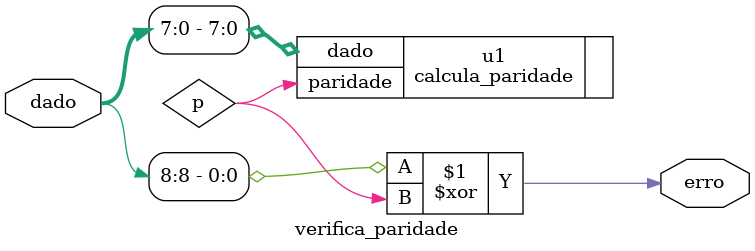
<source format=v>
module verifica_paridade (
  input [8:0] dado, // a paridade é o bit mais significativo (dado[8]) 8 bits de dados + 1 paridade
  output erro
);

wire p;

calcula_paridade u1 (
  .dado(dado[7:0]),
  .paridade(p)
);

assign erro = dado[8]^p;

endmodule

</source>
